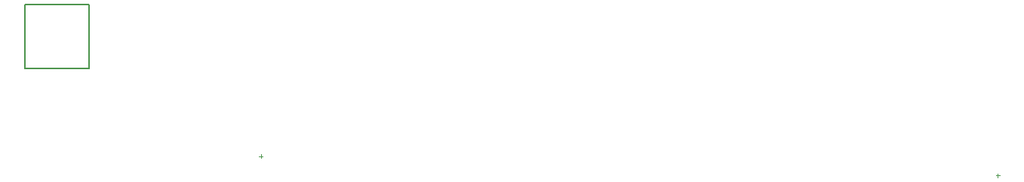
<source format=gm1>
%FSLAX43Y43*%
%MOMM*%
%SFA1B1*%

%IPPOS*%
%ADD78C,0.100000*%
%ADD82C,0.150000*%
%LNlp_led_cube_8x8x8-1*%
%LPD*%
G54D78*
X83819Y78158D02*
Y78558D01*
X83619Y78358D02*
X84019D01*
X166496Y75999D02*
Y76399D01*
X166296Y76199D02*
X166696D01*
G54D82*
X57359Y95420D02*
X64559D01*
X57359Y88220D02*
X64559D01*
Y95420*
X57359Y88220D02*
Y95420D01*
M02*
</source>
